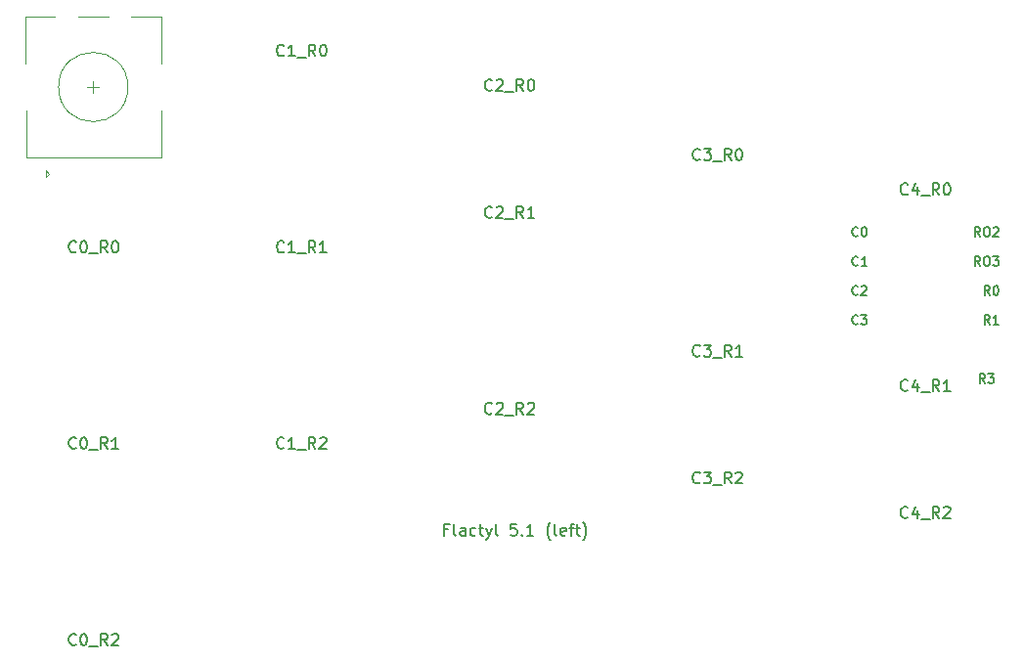
<source format=gbr>
%TF.GenerationSoftware,KiCad,Pcbnew,7.0.6-0*%
%TF.CreationDate,2023-08-01T13:28:47+08:00*%
%TF.ProjectId,left,6c656674-2e6b-4696-9361-645f70636258,v1.0.0*%
%TF.SameCoordinates,Original*%
%TF.FileFunction,Legend,Top*%
%TF.FilePolarity,Positive*%
%FSLAX46Y46*%
G04 Gerber Fmt 4.6, Leading zero omitted, Abs format (unit mm)*
G04 Created by KiCad (PCBNEW 7.0.6-0) date 2023-08-01 13:28:47*
%MOMM*%
%LPD*%
G01*
G04 APERTURE LIST*
%ADD10C,0.150000*%
%ADD11C,0.120000*%
G04 APERTURE END LIST*
D10*
X70476190Y41640419D02*
X70428571Y41592800D01*
X70428571Y41592800D02*
X70285714Y41545180D01*
X70285714Y41545180D02*
X70190476Y41545180D01*
X70190476Y41545180D02*
X70047619Y41592800D01*
X70047619Y41592800D02*
X69952381Y41688038D01*
X69952381Y41688038D02*
X69904762Y41783276D01*
X69904762Y41783276D02*
X69857143Y41973752D01*
X69857143Y41973752D02*
X69857143Y42116609D01*
X69857143Y42116609D02*
X69904762Y42307085D01*
X69904762Y42307085D02*
X69952381Y42402323D01*
X69952381Y42402323D02*
X70047619Y42497561D01*
X70047619Y42497561D02*
X70190476Y42545180D01*
X70190476Y42545180D02*
X70285714Y42545180D01*
X70285714Y42545180D02*
X70428571Y42497561D01*
X70428571Y42497561D02*
X70476190Y42449942D01*
X71333333Y42211847D02*
X71333333Y41545180D01*
X71095238Y42592800D02*
X70857143Y41878514D01*
X70857143Y41878514D02*
X71476190Y41878514D01*
X71619048Y41449942D02*
X72380952Y41449942D01*
X73190476Y41545180D02*
X72857143Y42021371D01*
X72619048Y41545180D02*
X72619048Y42545180D01*
X72619048Y42545180D02*
X73000000Y42545180D01*
X73000000Y42545180D02*
X73095238Y42497561D01*
X73095238Y42497561D02*
X73142857Y42449942D01*
X73142857Y42449942D02*
X73190476Y42354704D01*
X73190476Y42354704D02*
X73190476Y42211847D01*
X73190476Y42211847D02*
X73142857Y42116609D01*
X73142857Y42116609D02*
X73095238Y42068990D01*
X73095238Y42068990D02*
X73000000Y42021371D01*
X73000000Y42021371D02*
X72619048Y42021371D01*
X73809524Y42545180D02*
X73904762Y42545180D01*
X73904762Y42545180D02*
X74000000Y42497561D01*
X74000000Y42497561D02*
X74047619Y42449942D01*
X74047619Y42449942D02*
X74095238Y42354704D01*
X74095238Y42354704D02*
X74142857Y42164228D01*
X74142857Y42164228D02*
X74142857Y41926133D01*
X74142857Y41926133D02*
X74095238Y41735657D01*
X74095238Y41735657D02*
X74047619Y41640419D01*
X74047619Y41640419D02*
X74000000Y41592800D01*
X74000000Y41592800D02*
X73904762Y41545180D01*
X73904762Y41545180D02*
X73809524Y41545180D01*
X73809524Y41545180D02*
X73714286Y41592800D01*
X73714286Y41592800D02*
X73666667Y41640419D01*
X73666667Y41640419D02*
X73619048Y41735657D01*
X73619048Y41735657D02*
X73571429Y41926133D01*
X73571429Y41926133D02*
X73571429Y42164228D01*
X73571429Y42164228D02*
X73619048Y42354704D01*
X73619048Y42354704D02*
X73666667Y42449942D01*
X73666667Y42449942D02*
X73714286Y42497561D01*
X73714286Y42497561D02*
X73809524Y42545180D01*
X70476190Y24640419D02*
X70428571Y24592800D01*
X70428571Y24592800D02*
X70285714Y24545180D01*
X70285714Y24545180D02*
X70190476Y24545180D01*
X70190476Y24545180D02*
X70047619Y24592800D01*
X70047619Y24592800D02*
X69952381Y24688038D01*
X69952381Y24688038D02*
X69904762Y24783276D01*
X69904762Y24783276D02*
X69857143Y24973752D01*
X69857143Y24973752D02*
X69857143Y25116609D01*
X69857143Y25116609D02*
X69904762Y25307085D01*
X69904762Y25307085D02*
X69952381Y25402323D01*
X69952381Y25402323D02*
X70047619Y25497561D01*
X70047619Y25497561D02*
X70190476Y25545180D01*
X70190476Y25545180D02*
X70285714Y25545180D01*
X70285714Y25545180D02*
X70428571Y25497561D01*
X70428571Y25497561D02*
X70476190Y25449942D01*
X71333333Y25211847D02*
X71333333Y24545180D01*
X71095238Y25592800D02*
X70857143Y24878514D01*
X70857143Y24878514D02*
X71476190Y24878514D01*
X71619048Y24449942D02*
X72380952Y24449942D01*
X73190476Y24545180D02*
X72857143Y25021371D01*
X72619048Y24545180D02*
X72619048Y25545180D01*
X72619048Y25545180D02*
X73000000Y25545180D01*
X73000000Y25545180D02*
X73095238Y25497561D01*
X73095238Y25497561D02*
X73142857Y25449942D01*
X73142857Y25449942D02*
X73190476Y25354704D01*
X73190476Y25354704D02*
X73190476Y25211847D01*
X73190476Y25211847D02*
X73142857Y25116609D01*
X73142857Y25116609D02*
X73095238Y25068990D01*
X73095238Y25068990D02*
X73000000Y25021371D01*
X73000000Y25021371D02*
X72619048Y25021371D01*
X74142857Y24545180D02*
X73571429Y24545180D01*
X73857143Y24545180D02*
X73857143Y25545180D01*
X73857143Y25545180D02*
X73761905Y25402323D01*
X73761905Y25402323D02*
X73666667Y25307085D01*
X73666667Y25307085D02*
X73571429Y25259466D01*
X66166667Y38023895D02*
X66128571Y37985800D01*
X66128571Y37985800D02*
X66014286Y37947704D01*
X66014286Y37947704D02*
X65938095Y37947704D01*
X65938095Y37947704D02*
X65823809Y37985800D01*
X65823809Y37985800D02*
X65747619Y38061990D01*
X65747619Y38061990D02*
X65709524Y38138180D01*
X65709524Y38138180D02*
X65671428Y38290561D01*
X65671428Y38290561D02*
X65671428Y38404847D01*
X65671428Y38404847D02*
X65709524Y38557228D01*
X65709524Y38557228D02*
X65747619Y38633419D01*
X65747619Y38633419D02*
X65823809Y38709609D01*
X65823809Y38709609D02*
X65938095Y38747704D01*
X65938095Y38747704D02*
X66014286Y38747704D01*
X66014286Y38747704D02*
X66128571Y38709609D01*
X66128571Y38709609D02*
X66166667Y38671514D01*
X66661905Y38747704D02*
X66738095Y38747704D01*
X66738095Y38747704D02*
X66814286Y38709609D01*
X66814286Y38709609D02*
X66852381Y38671514D01*
X66852381Y38671514D02*
X66890476Y38595323D01*
X66890476Y38595323D02*
X66928571Y38442942D01*
X66928571Y38442942D02*
X66928571Y38252466D01*
X66928571Y38252466D02*
X66890476Y38100085D01*
X66890476Y38100085D02*
X66852381Y38023895D01*
X66852381Y38023895D02*
X66814286Y37985800D01*
X66814286Y37985800D02*
X66738095Y37947704D01*
X66738095Y37947704D02*
X66661905Y37947704D01*
X66661905Y37947704D02*
X66585714Y37985800D01*
X66585714Y37985800D02*
X66547619Y38023895D01*
X66547619Y38023895D02*
X66509524Y38100085D01*
X66509524Y38100085D02*
X66471428Y38252466D01*
X66471428Y38252466D02*
X66471428Y38442942D01*
X66471428Y38442942D02*
X66509524Y38595323D01*
X66509524Y38595323D02*
X66547619Y38671514D01*
X66547619Y38671514D02*
X66585714Y38709609D01*
X66585714Y38709609D02*
X66661905Y38747704D01*
X66166667Y35483895D02*
X66128571Y35445800D01*
X66128571Y35445800D02*
X66014286Y35407704D01*
X66014286Y35407704D02*
X65938095Y35407704D01*
X65938095Y35407704D02*
X65823809Y35445800D01*
X65823809Y35445800D02*
X65747619Y35521990D01*
X65747619Y35521990D02*
X65709524Y35598180D01*
X65709524Y35598180D02*
X65671428Y35750561D01*
X65671428Y35750561D02*
X65671428Y35864847D01*
X65671428Y35864847D02*
X65709524Y36017228D01*
X65709524Y36017228D02*
X65747619Y36093419D01*
X65747619Y36093419D02*
X65823809Y36169609D01*
X65823809Y36169609D02*
X65938095Y36207704D01*
X65938095Y36207704D02*
X66014286Y36207704D01*
X66014286Y36207704D02*
X66128571Y36169609D01*
X66128571Y36169609D02*
X66166667Y36131514D01*
X66928571Y35407704D02*
X66471428Y35407704D01*
X66700000Y35407704D02*
X66700000Y36207704D01*
X66700000Y36207704D02*
X66623809Y36093419D01*
X66623809Y36093419D02*
X66547619Y36017228D01*
X66547619Y36017228D02*
X66471428Y35979133D01*
X66166667Y32943895D02*
X66128571Y32905800D01*
X66128571Y32905800D02*
X66014286Y32867704D01*
X66014286Y32867704D02*
X65938095Y32867704D01*
X65938095Y32867704D02*
X65823809Y32905800D01*
X65823809Y32905800D02*
X65747619Y32981990D01*
X65747619Y32981990D02*
X65709524Y33058180D01*
X65709524Y33058180D02*
X65671428Y33210561D01*
X65671428Y33210561D02*
X65671428Y33324847D01*
X65671428Y33324847D02*
X65709524Y33477228D01*
X65709524Y33477228D02*
X65747619Y33553419D01*
X65747619Y33553419D02*
X65823809Y33629609D01*
X65823809Y33629609D02*
X65938095Y33667704D01*
X65938095Y33667704D02*
X66014286Y33667704D01*
X66014286Y33667704D02*
X66128571Y33629609D01*
X66128571Y33629609D02*
X66166667Y33591514D01*
X66471428Y33591514D02*
X66509524Y33629609D01*
X66509524Y33629609D02*
X66585714Y33667704D01*
X66585714Y33667704D02*
X66776190Y33667704D01*
X66776190Y33667704D02*
X66852381Y33629609D01*
X66852381Y33629609D02*
X66890476Y33591514D01*
X66890476Y33591514D02*
X66928571Y33515323D01*
X66928571Y33515323D02*
X66928571Y33439133D01*
X66928571Y33439133D02*
X66890476Y33324847D01*
X66890476Y33324847D02*
X66433333Y32867704D01*
X66433333Y32867704D02*
X66928571Y32867704D01*
X66166667Y30403895D02*
X66128571Y30365800D01*
X66128571Y30365800D02*
X66014286Y30327704D01*
X66014286Y30327704D02*
X65938095Y30327704D01*
X65938095Y30327704D02*
X65823809Y30365800D01*
X65823809Y30365800D02*
X65747619Y30441990D01*
X65747619Y30441990D02*
X65709524Y30518180D01*
X65709524Y30518180D02*
X65671428Y30670561D01*
X65671428Y30670561D02*
X65671428Y30784847D01*
X65671428Y30784847D02*
X65709524Y30937228D01*
X65709524Y30937228D02*
X65747619Y31013419D01*
X65747619Y31013419D02*
X65823809Y31089609D01*
X65823809Y31089609D02*
X65938095Y31127704D01*
X65938095Y31127704D02*
X66014286Y31127704D01*
X66014286Y31127704D02*
X66128571Y31089609D01*
X66128571Y31089609D02*
X66166667Y31051514D01*
X66433333Y31127704D02*
X66928571Y31127704D01*
X66928571Y31127704D02*
X66661905Y30822942D01*
X66661905Y30822942D02*
X66776190Y30822942D01*
X66776190Y30822942D02*
X66852381Y30784847D01*
X66852381Y30784847D02*
X66890476Y30746752D01*
X66890476Y30746752D02*
X66928571Y30670561D01*
X66928571Y30670561D02*
X66928571Y30480085D01*
X66928571Y30480085D02*
X66890476Y30403895D01*
X66890476Y30403895D02*
X66852381Y30365800D01*
X66852381Y30365800D02*
X66776190Y30327704D01*
X66776190Y30327704D02*
X66547619Y30327704D01*
X66547619Y30327704D02*
X66471428Y30365800D01*
X66471428Y30365800D02*
X66433333Y30403895D01*
X76747619Y37947704D02*
X76480952Y38328657D01*
X76290476Y37947704D02*
X76290476Y38747704D01*
X76290476Y38747704D02*
X76595238Y38747704D01*
X76595238Y38747704D02*
X76671428Y38709609D01*
X76671428Y38709609D02*
X76709523Y38671514D01*
X76709523Y38671514D02*
X76747619Y38595323D01*
X76747619Y38595323D02*
X76747619Y38481038D01*
X76747619Y38481038D02*
X76709523Y38404847D01*
X76709523Y38404847D02*
X76671428Y38366752D01*
X76671428Y38366752D02*
X76595238Y38328657D01*
X76595238Y38328657D02*
X76290476Y38328657D01*
X77242857Y38747704D02*
X77395238Y38747704D01*
X77395238Y38747704D02*
X77471428Y38709609D01*
X77471428Y38709609D02*
X77547619Y38633419D01*
X77547619Y38633419D02*
X77585714Y38481038D01*
X77585714Y38481038D02*
X77585714Y38214371D01*
X77585714Y38214371D02*
X77547619Y38061990D01*
X77547619Y38061990D02*
X77471428Y37985800D01*
X77471428Y37985800D02*
X77395238Y37947704D01*
X77395238Y37947704D02*
X77242857Y37947704D01*
X77242857Y37947704D02*
X77166666Y37985800D01*
X77166666Y37985800D02*
X77090476Y38061990D01*
X77090476Y38061990D02*
X77052380Y38214371D01*
X77052380Y38214371D02*
X77052380Y38481038D01*
X77052380Y38481038D02*
X77090476Y38633419D01*
X77090476Y38633419D02*
X77166666Y38709609D01*
X77166666Y38709609D02*
X77242857Y38747704D01*
X77890475Y38671514D02*
X77928571Y38709609D01*
X77928571Y38709609D02*
X78004761Y38747704D01*
X78004761Y38747704D02*
X78195237Y38747704D01*
X78195237Y38747704D02*
X78271428Y38709609D01*
X78271428Y38709609D02*
X78309523Y38671514D01*
X78309523Y38671514D02*
X78347618Y38595323D01*
X78347618Y38595323D02*
X78347618Y38519133D01*
X78347618Y38519133D02*
X78309523Y38404847D01*
X78309523Y38404847D02*
X77852380Y37947704D01*
X77852380Y37947704D02*
X78347618Y37947704D01*
X76747619Y35407704D02*
X76480952Y35788657D01*
X76290476Y35407704D02*
X76290476Y36207704D01*
X76290476Y36207704D02*
X76595238Y36207704D01*
X76595238Y36207704D02*
X76671428Y36169609D01*
X76671428Y36169609D02*
X76709523Y36131514D01*
X76709523Y36131514D02*
X76747619Y36055323D01*
X76747619Y36055323D02*
X76747619Y35941038D01*
X76747619Y35941038D02*
X76709523Y35864847D01*
X76709523Y35864847D02*
X76671428Y35826752D01*
X76671428Y35826752D02*
X76595238Y35788657D01*
X76595238Y35788657D02*
X76290476Y35788657D01*
X77242857Y36207704D02*
X77395238Y36207704D01*
X77395238Y36207704D02*
X77471428Y36169609D01*
X77471428Y36169609D02*
X77547619Y36093419D01*
X77547619Y36093419D02*
X77585714Y35941038D01*
X77585714Y35941038D02*
X77585714Y35674371D01*
X77585714Y35674371D02*
X77547619Y35521990D01*
X77547619Y35521990D02*
X77471428Y35445800D01*
X77471428Y35445800D02*
X77395238Y35407704D01*
X77395238Y35407704D02*
X77242857Y35407704D01*
X77242857Y35407704D02*
X77166666Y35445800D01*
X77166666Y35445800D02*
X77090476Y35521990D01*
X77090476Y35521990D02*
X77052380Y35674371D01*
X77052380Y35674371D02*
X77052380Y35941038D01*
X77052380Y35941038D02*
X77090476Y36093419D01*
X77090476Y36093419D02*
X77166666Y36169609D01*
X77166666Y36169609D02*
X77242857Y36207704D01*
X77852380Y36207704D02*
X78347618Y36207704D01*
X78347618Y36207704D02*
X78080952Y35902942D01*
X78080952Y35902942D02*
X78195237Y35902942D01*
X78195237Y35902942D02*
X78271428Y35864847D01*
X78271428Y35864847D02*
X78309523Y35826752D01*
X78309523Y35826752D02*
X78347618Y35750561D01*
X78347618Y35750561D02*
X78347618Y35560085D01*
X78347618Y35560085D02*
X78309523Y35483895D01*
X78309523Y35483895D02*
X78271428Y35445800D01*
X78271428Y35445800D02*
X78195237Y35407704D01*
X78195237Y35407704D02*
X77966666Y35407704D01*
X77966666Y35407704D02*
X77890475Y35445800D01*
X77890475Y35445800D02*
X77852380Y35483895D01*
X77566667Y32867704D02*
X77300000Y33248657D01*
X77109524Y32867704D02*
X77109524Y33667704D01*
X77109524Y33667704D02*
X77414286Y33667704D01*
X77414286Y33667704D02*
X77490476Y33629609D01*
X77490476Y33629609D02*
X77528571Y33591514D01*
X77528571Y33591514D02*
X77566667Y33515323D01*
X77566667Y33515323D02*
X77566667Y33401038D01*
X77566667Y33401038D02*
X77528571Y33324847D01*
X77528571Y33324847D02*
X77490476Y33286752D01*
X77490476Y33286752D02*
X77414286Y33248657D01*
X77414286Y33248657D02*
X77109524Y33248657D01*
X78061905Y33667704D02*
X78138095Y33667704D01*
X78138095Y33667704D02*
X78214286Y33629609D01*
X78214286Y33629609D02*
X78252381Y33591514D01*
X78252381Y33591514D02*
X78290476Y33515323D01*
X78290476Y33515323D02*
X78328571Y33362942D01*
X78328571Y33362942D02*
X78328571Y33172466D01*
X78328571Y33172466D02*
X78290476Y33020085D01*
X78290476Y33020085D02*
X78252381Y32943895D01*
X78252381Y32943895D02*
X78214286Y32905800D01*
X78214286Y32905800D02*
X78138095Y32867704D01*
X78138095Y32867704D02*
X78061905Y32867704D01*
X78061905Y32867704D02*
X77985714Y32905800D01*
X77985714Y32905800D02*
X77947619Y32943895D01*
X77947619Y32943895D02*
X77909524Y33020085D01*
X77909524Y33020085D02*
X77871428Y33172466D01*
X77871428Y33172466D02*
X77871428Y33362942D01*
X77871428Y33362942D02*
X77909524Y33515323D01*
X77909524Y33515323D02*
X77947619Y33591514D01*
X77947619Y33591514D02*
X77985714Y33629609D01*
X77985714Y33629609D02*
X78061905Y33667704D01*
X77566667Y30327704D02*
X77300000Y30708657D01*
X77109524Y30327704D02*
X77109524Y31127704D01*
X77109524Y31127704D02*
X77414286Y31127704D01*
X77414286Y31127704D02*
X77490476Y31089609D01*
X77490476Y31089609D02*
X77528571Y31051514D01*
X77528571Y31051514D02*
X77566667Y30975323D01*
X77566667Y30975323D02*
X77566667Y30861038D01*
X77566667Y30861038D02*
X77528571Y30784847D01*
X77528571Y30784847D02*
X77490476Y30746752D01*
X77490476Y30746752D02*
X77414286Y30708657D01*
X77414286Y30708657D02*
X77109524Y30708657D01*
X78328571Y30327704D02*
X77871428Y30327704D01*
X78100000Y30327704D02*
X78100000Y31127704D01*
X78100000Y31127704D02*
X78023809Y31013419D01*
X78023809Y31013419D02*
X77947619Y30937228D01*
X77947619Y30937228D02*
X77871428Y30899133D01*
X77166667Y25247704D02*
X76900000Y25628657D01*
X76709524Y25247704D02*
X76709524Y26047704D01*
X76709524Y26047704D02*
X77014286Y26047704D01*
X77014286Y26047704D02*
X77090476Y26009609D01*
X77090476Y26009609D02*
X77128571Y25971514D01*
X77128571Y25971514D02*
X77166667Y25895323D01*
X77166667Y25895323D02*
X77166667Y25781038D01*
X77166667Y25781038D02*
X77128571Y25704847D01*
X77128571Y25704847D02*
X77090476Y25666752D01*
X77090476Y25666752D02*
X77014286Y25628657D01*
X77014286Y25628657D02*
X76709524Y25628657D01*
X77433333Y26047704D02*
X77928571Y26047704D01*
X77928571Y26047704D02*
X77661905Y25742942D01*
X77661905Y25742942D02*
X77776190Y25742942D01*
X77776190Y25742942D02*
X77852381Y25704847D01*
X77852381Y25704847D02*
X77890476Y25666752D01*
X77890476Y25666752D02*
X77928571Y25590561D01*
X77928571Y25590561D02*
X77928571Y25400085D01*
X77928571Y25400085D02*
X77890476Y25323895D01*
X77890476Y25323895D02*
X77852381Y25285800D01*
X77852381Y25285800D02*
X77776190Y25247704D01*
X77776190Y25247704D02*
X77547619Y25247704D01*
X77547619Y25247704D02*
X77471428Y25285800D01*
X77471428Y25285800D02*
X77433333Y25323895D01*
X30690474Y12568990D02*
X30357141Y12568990D01*
X30357141Y12045180D02*
X30357141Y13045180D01*
X30357141Y13045180D02*
X30833331Y13045180D01*
X31357141Y12045180D02*
X31261903Y12092800D01*
X31261903Y12092800D02*
X31214284Y12188038D01*
X31214284Y12188038D02*
X31214284Y13045180D01*
X32166665Y12045180D02*
X32166665Y12568990D01*
X32166665Y12568990D02*
X32119046Y12664228D01*
X32119046Y12664228D02*
X32023808Y12711847D01*
X32023808Y12711847D02*
X31833332Y12711847D01*
X31833332Y12711847D02*
X31738094Y12664228D01*
X32166665Y12092800D02*
X32071427Y12045180D01*
X32071427Y12045180D02*
X31833332Y12045180D01*
X31833332Y12045180D02*
X31738094Y12092800D01*
X31738094Y12092800D02*
X31690475Y12188038D01*
X31690475Y12188038D02*
X31690475Y12283276D01*
X31690475Y12283276D02*
X31738094Y12378514D01*
X31738094Y12378514D02*
X31833332Y12426133D01*
X31833332Y12426133D02*
X32071427Y12426133D01*
X32071427Y12426133D02*
X32166665Y12473752D01*
X33071427Y12092800D02*
X32976189Y12045180D01*
X32976189Y12045180D02*
X32785713Y12045180D01*
X32785713Y12045180D02*
X32690475Y12092800D01*
X32690475Y12092800D02*
X32642856Y12140419D01*
X32642856Y12140419D02*
X32595237Y12235657D01*
X32595237Y12235657D02*
X32595237Y12521371D01*
X32595237Y12521371D02*
X32642856Y12616609D01*
X32642856Y12616609D02*
X32690475Y12664228D01*
X32690475Y12664228D02*
X32785713Y12711847D01*
X32785713Y12711847D02*
X32976189Y12711847D01*
X32976189Y12711847D02*
X33071427Y12664228D01*
X33357142Y12711847D02*
X33738094Y12711847D01*
X33499999Y13045180D02*
X33499999Y12188038D01*
X33499999Y12188038D02*
X33547618Y12092800D01*
X33547618Y12092800D02*
X33642856Y12045180D01*
X33642856Y12045180D02*
X33738094Y12045180D01*
X33976190Y12711847D02*
X34214285Y12045180D01*
X34452380Y12711847D02*
X34214285Y12045180D01*
X34214285Y12045180D02*
X34119047Y11807085D01*
X34119047Y11807085D02*
X34071428Y11759466D01*
X34071428Y11759466D02*
X33976190Y11711847D01*
X34976190Y12045180D02*
X34880952Y12092800D01*
X34880952Y12092800D02*
X34833333Y12188038D01*
X34833333Y12188038D02*
X34833333Y13045180D01*
X36595238Y13045180D02*
X36119048Y13045180D01*
X36119048Y13045180D02*
X36071429Y12568990D01*
X36071429Y12568990D02*
X36119048Y12616609D01*
X36119048Y12616609D02*
X36214286Y12664228D01*
X36214286Y12664228D02*
X36452381Y12664228D01*
X36452381Y12664228D02*
X36547619Y12616609D01*
X36547619Y12616609D02*
X36595238Y12568990D01*
X36595238Y12568990D02*
X36642857Y12473752D01*
X36642857Y12473752D02*
X36642857Y12235657D01*
X36642857Y12235657D02*
X36595238Y12140419D01*
X36595238Y12140419D02*
X36547619Y12092800D01*
X36547619Y12092800D02*
X36452381Y12045180D01*
X36452381Y12045180D02*
X36214286Y12045180D01*
X36214286Y12045180D02*
X36119048Y12092800D01*
X36119048Y12092800D02*
X36071429Y12140419D01*
X37071429Y12140419D02*
X37119048Y12092800D01*
X37119048Y12092800D02*
X37071429Y12045180D01*
X37071429Y12045180D02*
X37023810Y12092800D01*
X37023810Y12092800D02*
X37071429Y12140419D01*
X37071429Y12140419D02*
X37071429Y12045180D01*
X38071428Y12045180D02*
X37500000Y12045180D01*
X37785714Y12045180D02*
X37785714Y13045180D01*
X37785714Y13045180D02*
X37690476Y12902323D01*
X37690476Y12902323D02*
X37595238Y12807085D01*
X37595238Y12807085D02*
X37500000Y12759466D01*
X39547619Y11664228D02*
X39500000Y11711847D01*
X39500000Y11711847D02*
X39404762Y11854704D01*
X39404762Y11854704D02*
X39357143Y11949942D01*
X39357143Y11949942D02*
X39309524Y12092800D01*
X39309524Y12092800D02*
X39261905Y12330895D01*
X39261905Y12330895D02*
X39261905Y12521371D01*
X39261905Y12521371D02*
X39309524Y12759466D01*
X39309524Y12759466D02*
X39357143Y12902323D01*
X39357143Y12902323D02*
X39404762Y12997561D01*
X39404762Y12997561D02*
X39500000Y13140419D01*
X39500000Y13140419D02*
X39547619Y13188038D01*
X40071429Y12045180D02*
X39976191Y12092800D01*
X39976191Y12092800D02*
X39928572Y12188038D01*
X39928572Y12188038D02*
X39928572Y13045180D01*
X40833334Y12092800D02*
X40738096Y12045180D01*
X40738096Y12045180D02*
X40547620Y12045180D01*
X40547620Y12045180D02*
X40452382Y12092800D01*
X40452382Y12092800D02*
X40404763Y12188038D01*
X40404763Y12188038D02*
X40404763Y12568990D01*
X40404763Y12568990D02*
X40452382Y12664228D01*
X40452382Y12664228D02*
X40547620Y12711847D01*
X40547620Y12711847D02*
X40738096Y12711847D01*
X40738096Y12711847D02*
X40833334Y12664228D01*
X40833334Y12664228D02*
X40880953Y12568990D01*
X40880953Y12568990D02*
X40880953Y12473752D01*
X40880953Y12473752D02*
X40404763Y12378514D01*
X41166668Y12711847D02*
X41547620Y12711847D01*
X41309525Y12045180D02*
X41309525Y12902323D01*
X41309525Y12902323D02*
X41357144Y12997561D01*
X41357144Y12997561D02*
X41452382Y13045180D01*
X41452382Y13045180D02*
X41547620Y13045180D01*
X41738097Y12711847D02*
X42119049Y12711847D01*
X41880954Y13045180D02*
X41880954Y12188038D01*
X41880954Y12188038D02*
X41928573Y12092800D01*
X41928573Y12092800D02*
X42023811Y12045180D01*
X42023811Y12045180D02*
X42119049Y12045180D01*
X42357145Y11664228D02*
X42404764Y11711847D01*
X42404764Y11711847D02*
X42500002Y11854704D01*
X42500002Y11854704D02*
X42547621Y11949942D01*
X42547621Y11949942D02*
X42595240Y12092800D01*
X42595240Y12092800D02*
X42642859Y12330895D01*
X42642859Y12330895D02*
X42642859Y12521371D01*
X42642859Y12521371D02*
X42595240Y12759466D01*
X42595240Y12759466D02*
X42547621Y12902323D01*
X42547621Y12902323D02*
X42500002Y12997561D01*
X42500002Y12997561D02*
X42404764Y13140419D01*
X42404764Y13140419D02*
X42357145Y13188038D01*
X-1523809Y36640419D02*
X-1571428Y36592800D01*
X-1571428Y36592800D02*
X-1714285Y36545180D01*
X-1714285Y36545180D02*
X-1809523Y36545180D01*
X-1809523Y36545180D02*
X-1952380Y36592800D01*
X-1952380Y36592800D02*
X-2047618Y36688038D01*
X-2047618Y36688038D02*
X-2095237Y36783276D01*
X-2095237Y36783276D02*
X-2142856Y36973752D01*
X-2142856Y36973752D02*
X-2142856Y37116609D01*
X-2142856Y37116609D02*
X-2095237Y37307085D01*
X-2095237Y37307085D02*
X-2047618Y37402323D01*
X-2047618Y37402323D02*
X-1952380Y37497561D01*
X-1952380Y37497561D02*
X-1809523Y37545180D01*
X-1809523Y37545180D02*
X-1714285Y37545180D01*
X-1714285Y37545180D02*
X-1571428Y37497561D01*
X-1571428Y37497561D02*
X-1523809Y37449942D01*
X-904761Y37545180D02*
X-809523Y37545180D01*
X-809523Y37545180D02*
X-714285Y37497561D01*
X-714285Y37497561D02*
X-666666Y37449942D01*
X-666666Y37449942D02*
X-619047Y37354704D01*
X-619047Y37354704D02*
X-571428Y37164228D01*
X-571428Y37164228D02*
X-571428Y36926133D01*
X-571428Y36926133D02*
X-619047Y36735657D01*
X-619047Y36735657D02*
X-666666Y36640419D01*
X-666666Y36640419D02*
X-714285Y36592800D01*
X-714285Y36592800D02*
X-809523Y36545180D01*
X-809523Y36545180D02*
X-904761Y36545180D01*
X-904761Y36545180D02*
X-999999Y36592800D01*
X-999999Y36592800D02*
X-1047618Y36640419D01*
X-1047618Y36640419D02*
X-1095237Y36735657D01*
X-1095237Y36735657D02*
X-1142856Y36926133D01*
X-1142856Y36926133D02*
X-1142856Y37164228D01*
X-1142856Y37164228D02*
X-1095237Y37354704D01*
X-1095237Y37354704D02*
X-1047618Y37449942D01*
X-1047618Y37449942D02*
X-999999Y37497561D01*
X-999999Y37497561D02*
X-904761Y37545180D01*
X-380952Y36449942D02*
X380952Y36449942D01*
X1190476Y36545180D02*
X857143Y37021371D01*
X619048Y36545180D02*
X619048Y37545180D01*
X619048Y37545180D02*
X1000000Y37545180D01*
X1000000Y37545180D02*
X1095238Y37497561D01*
X1095238Y37497561D02*
X1142857Y37449942D01*
X1142857Y37449942D02*
X1190476Y37354704D01*
X1190476Y37354704D02*
X1190476Y37211847D01*
X1190476Y37211847D02*
X1142857Y37116609D01*
X1142857Y37116609D02*
X1095238Y37068990D01*
X1095238Y37068990D02*
X1000000Y37021371D01*
X1000000Y37021371D02*
X619048Y37021371D01*
X1809524Y37545180D02*
X1904762Y37545180D01*
X1904762Y37545180D02*
X2000000Y37497561D01*
X2000000Y37497561D02*
X2047619Y37449942D01*
X2047619Y37449942D02*
X2095238Y37354704D01*
X2095238Y37354704D02*
X2142857Y37164228D01*
X2142857Y37164228D02*
X2142857Y36926133D01*
X2142857Y36926133D02*
X2095238Y36735657D01*
X2095238Y36735657D02*
X2047619Y36640419D01*
X2047619Y36640419D02*
X2000000Y36592800D01*
X2000000Y36592800D02*
X1904762Y36545180D01*
X1904762Y36545180D02*
X1809524Y36545180D01*
X1809524Y36545180D02*
X1714286Y36592800D01*
X1714286Y36592800D02*
X1666667Y36640419D01*
X1666667Y36640419D02*
X1619048Y36735657D01*
X1619048Y36735657D02*
X1571429Y36926133D01*
X1571429Y36926133D02*
X1571429Y37164228D01*
X1571429Y37164228D02*
X1619048Y37354704D01*
X1619048Y37354704D02*
X1666667Y37449942D01*
X1666667Y37449942D02*
X1714286Y37497561D01*
X1714286Y37497561D02*
X1809524Y37545180D01*
X-1523809Y19640419D02*
X-1571428Y19592800D01*
X-1571428Y19592800D02*
X-1714285Y19545180D01*
X-1714285Y19545180D02*
X-1809523Y19545180D01*
X-1809523Y19545180D02*
X-1952380Y19592800D01*
X-1952380Y19592800D02*
X-2047618Y19688038D01*
X-2047618Y19688038D02*
X-2095237Y19783276D01*
X-2095237Y19783276D02*
X-2142856Y19973752D01*
X-2142856Y19973752D02*
X-2142856Y20116609D01*
X-2142856Y20116609D02*
X-2095237Y20307085D01*
X-2095237Y20307085D02*
X-2047618Y20402323D01*
X-2047618Y20402323D02*
X-1952380Y20497561D01*
X-1952380Y20497561D02*
X-1809523Y20545180D01*
X-1809523Y20545180D02*
X-1714285Y20545180D01*
X-1714285Y20545180D02*
X-1571428Y20497561D01*
X-1571428Y20497561D02*
X-1523809Y20449942D01*
X-904761Y20545180D02*
X-809523Y20545180D01*
X-809523Y20545180D02*
X-714285Y20497561D01*
X-714285Y20497561D02*
X-666666Y20449942D01*
X-666666Y20449942D02*
X-619047Y20354704D01*
X-619047Y20354704D02*
X-571428Y20164228D01*
X-571428Y20164228D02*
X-571428Y19926133D01*
X-571428Y19926133D02*
X-619047Y19735657D01*
X-619047Y19735657D02*
X-666666Y19640419D01*
X-666666Y19640419D02*
X-714285Y19592800D01*
X-714285Y19592800D02*
X-809523Y19545180D01*
X-809523Y19545180D02*
X-904761Y19545180D01*
X-904761Y19545180D02*
X-999999Y19592800D01*
X-999999Y19592800D02*
X-1047618Y19640419D01*
X-1047618Y19640419D02*
X-1095237Y19735657D01*
X-1095237Y19735657D02*
X-1142856Y19926133D01*
X-1142856Y19926133D02*
X-1142856Y20164228D01*
X-1142856Y20164228D02*
X-1095237Y20354704D01*
X-1095237Y20354704D02*
X-1047618Y20449942D01*
X-1047618Y20449942D02*
X-999999Y20497561D01*
X-999999Y20497561D02*
X-904761Y20545180D01*
X-380952Y19449942D02*
X380952Y19449942D01*
X1190476Y19545180D02*
X857143Y20021371D01*
X619048Y19545180D02*
X619048Y20545180D01*
X619048Y20545180D02*
X1000000Y20545180D01*
X1000000Y20545180D02*
X1095238Y20497561D01*
X1095238Y20497561D02*
X1142857Y20449942D01*
X1142857Y20449942D02*
X1190476Y20354704D01*
X1190476Y20354704D02*
X1190476Y20211847D01*
X1190476Y20211847D02*
X1142857Y20116609D01*
X1142857Y20116609D02*
X1095238Y20068990D01*
X1095238Y20068990D02*
X1000000Y20021371D01*
X1000000Y20021371D02*
X619048Y20021371D01*
X2142857Y19545180D02*
X1571429Y19545180D01*
X1857143Y19545180D02*
X1857143Y20545180D01*
X1857143Y20545180D02*
X1761905Y20402323D01*
X1761905Y20402323D02*
X1666667Y20307085D01*
X1666667Y20307085D02*
X1571429Y20259466D01*
X-1523809Y2640419D02*
X-1571428Y2592800D01*
X-1571428Y2592800D02*
X-1714285Y2545180D01*
X-1714285Y2545180D02*
X-1809523Y2545180D01*
X-1809523Y2545180D02*
X-1952380Y2592800D01*
X-1952380Y2592800D02*
X-2047618Y2688038D01*
X-2047618Y2688038D02*
X-2095237Y2783276D01*
X-2095237Y2783276D02*
X-2142856Y2973752D01*
X-2142856Y2973752D02*
X-2142856Y3116609D01*
X-2142856Y3116609D02*
X-2095237Y3307085D01*
X-2095237Y3307085D02*
X-2047618Y3402323D01*
X-2047618Y3402323D02*
X-1952380Y3497561D01*
X-1952380Y3497561D02*
X-1809523Y3545180D01*
X-1809523Y3545180D02*
X-1714285Y3545180D01*
X-1714285Y3545180D02*
X-1571428Y3497561D01*
X-1571428Y3497561D02*
X-1523809Y3449942D01*
X-904761Y3545180D02*
X-809523Y3545180D01*
X-809523Y3545180D02*
X-714285Y3497561D01*
X-714285Y3497561D02*
X-666666Y3449942D01*
X-666666Y3449942D02*
X-619047Y3354704D01*
X-619047Y3354704D02*
X-571428Y3164228D01*
X-571428Y3164228D02*
X-571428Y2926133D01*
X-571428Y2926133D02*
X-619047Y2735657D01*
X-619047Y2735657D02*
X-666666Y2640419D01*
X-666666Y2640419D02*
X-714285Y2592800D01*
X-714285Y2592800D02*
X-809523Y2545180D01*
X-809523Y2545180D02*
X-904761Y2545180D01*
X-904761Y2545180D02*
X-999999Y2592800D01*
X-999999Y2592800D02*
X-1047618Y2640419D01*
X-1047618Y2640419D02*
X-1095237Y2735657D01*
X-1095237Y2735657D02*
X-1142856Y2926133D01*
X-1142856Y2926133D02*
X-1142856Y3164228D01*
X-1142856Y3164228D02*
X-1095237Y3354704D01*
X-1095237Y3354704D02*
X-1047618Y3449942D01*
X-1047618Y3449942D02*
X-999999Y3497561D01*
X-999999Y3497561D02*
X-904761Y3545180D01*
X-380952Y2449942D02*
X380952Y2449942D01*
X1190476Y2545180D02*
X857143Y3021371D01*
X619048Y2545180D02*
X619048Y3545180D01*
X619048Y3545180D02*
X1000000Y3545180D01*
X1000000Y3545180D02*
X1095238Y3497561D01*
X1095238Y3497561D02*
X1142857Y3449942D01*
X1142857Y3449942D02*
X1190476Y3354704D01*
X1190476Y3354704D02*
X1190476Y3211847D01*
X1190476Y3211847D02*
X1142857Y3116609D01*
X1142857Y3116609D02*
X1095238Y3068990D01*
X1095238Y3068990D02*
X1000000Y3021371D01*
X1000000Y3021371D02*
X619048Y3021371D01*
X1571429Y3449942D02*
X1619048Y3497561D01*
X1619048Y3497561D02*
X1714286Y3545180D01*
X1714286Y3545180D02*
X1952381Y3545180D01*
X1952381Y3545180D02*
X2047619Y3497561D01*
X2047619Y3497561D02*
X2095238Y3449942D01*
X2095238Y3449942D02*
X2142857Y3354704D01*
X2142857Y3354704D02*
X2142857Y3259466D01*
X2142857Y3259466D02*
X2095238Y3116609D01*
X2095238Y3116609D02*
X1523810Y2545180D01*
X1523810Y2545180D02*
X2142857Y2545180D01*
X16476190Y53640419D02*
X16428571Y53592800D01*
X16428571Y53592800D02*
X16285714Y53545180D01*
X16285714Y53545180D02*
X16190476Y53545180D01*
X16190476Y53545180D02*
X16047619Y53592800D01*
X16047619Y53592800D02*
X15952381Y53688038D01*
X15952381Y53688038D02*
X15904762Y53783276D01*
X15904762Y53783276D02*
X15857143Y53973752D01*
X15857143Y53973752D02*
X15857143Y54116609D01*
X15857143Y54116609D02*
X15904762Y54307085D01*
X15904762Y54307085D02*
X15952381Y54402323D01*
X15952381Y54402323D02*
X16047619Y54497561D01*
X16047619Y54497561D02*
X16190476Y54545180D01*
X16190476Y54545180D02*
X16285714Y54545180D01*
X16285714Y54545180D02*
X16428571Y54497561D01*
X16428571Y54497561D02*
X16476190Y54449942D01*
X17428571Y53545180D02*
X16857143Y53545180D01*
X17142857Y53545180D02*
X17142857Y54545180D01*
X17142857Y54545180D02*
X17047619Y54402323D01*
X17047619Y54402323D02*
X16952381Y54307085D01*
X16952381Y54307085D02*
X16857143Y54259466D01*
X17619048Y53449942D02*
X18380952Y53449942D01*
X19190476Y53545180D02*
X18857143Y54021371D01*
X18619048Y53545180D02*
X18619048Y54545180D01*
X18619048Y54545180D02*
X19000000Y54545180D01*
X19000000Y54545180D02*
X19095238Y54497561D01*
X19095238Y54497561D02*
X19142857Y54449942D01*
X19142857Y54449942D02*
X19190476Y54354704D01*
X19190476Y54354704D02*
X19190476Y54211847D01*
X19190476Y54211847D02*
X19142857Y54116609D01*
X19142857Y54116609D02*
X19095238Y54068990D01*
X19095238Y54068990D02*
X19000000Y54021371D01*
X19000000Y54021371D02*
X18619048Y54021371D01*
X19809524Y54545180D02*
X19904762Y54545180D01*
X19904762Y54545180D02*
X20000000Y54497561D01*
X20000000Y54497561D02*
X20047619Y54449942D01*
X20047619Y54449942D02*
X20095238Y54354704D01*
X20095238Y54354704D02*
X20142857Y54164228D01*
X20142857Y54164228D02*
X20142857Y53926133D01*
X20142857Y53926133D02*
X20095238Y53735657D01*
X20095238Y53735657D02*
X20047619Y53640419D01*
X20047619Y53640419D02*
X20000000Y53592800D01*
X20000000Y53592800D02*
X19904762Y53545180D01*
X19904762Y53545180D02*
X19809524Y53545180D01*
X19809524Y53545180D02*
X19714286Y53592800D01*
X19714286Y53592800D02*
X19666667Y53640419D01*
X19666667Y53640419D02*
X19619048Y53735657D01*
X19619048Y53735657D02*
X19571429Y53926133D01*
X19571429Y53926133D02*
X19571429Y54164228D01*
X19571429Y54164228D02*
X19619048Y54354704D01*
X19619048Y54354704D02*
X19666667Y54449942D01*
X19666667Y54449942D02*
X19714286Y54497561D01*
X19714286Y54497561D02*
X19809524Y54545180D01*
X16476190Y36640419D02*
X16428571Y36592800D01*
X16428571Y36592800D02*
X16285714Y36545180D01*
X16285714Y36545180D02*
X16190476Y36545180D01*
X16190476Y36545180D02*
X16047619Y36592800D01*
X16047619Y36592800D02*
X15952381Y36688038D01*
X15952381Y36688038D02*
X15904762Y36783276D01*
X15904762Y36783276D02*
X15857143Y36973752D01*
X15857143Y36973752D02*
X15857143Y37116609D01*
X15857143Y37116609D02*
X15904762Y37307085D01*
X15904762Y37307085D02*
X15952381Y37402323D01*
X15952381Y37402323D02*
X16047619Y37497561D01*
X16047619Y37497561D02*
X16190476Y37545180D01*
X16190476Y37545180D02*
X16285714Y37545180D01*
X16285714Y37545180D02*
X16428571Y37497561D01*
X16428571Y37497561D02*
X16476190Y37449942D01*
X17428571Y36545180D02*
X16857143Y36545180D01*
X17142857Y36545180D02*
X17142857Y37545180D01*
X17142857Y37545180D02*
X17047619Y37402323D01*
X17047619Y37402323D02*
X16952381Y37307085D01*
X16952381Y37307085D02*
X16857143Y37259466D01*
X17619048Y36449942D02*
X18380952Y36449942D01*
X19190476Y36545180D02*
X18857143Y37021371D01*
X18619048Y36545180D02*
X18619048Y37545180D01*
X18619048Y37545180D02*
X19000000Y37545180D01*
X19000000Y37545180D02*
X19095238Y37497561D01*
X19095238Y37497561D02*
X19142857Y37449942D01*
X19142857Y37449942D02*
X19190476Y37354704D01*
X19190476Y37354704D02*
X19190476Y37211847D01*
X19190476Y37211847D02*
X19142857Y37116609D01*
X19142857Y37116609D02*
X19095238Y37068990D01*
X19095238Y37068990D02*
X19000000Y37021371D01*
X19000000Y37021371D02*
X18619048Y37021371D01*
X20142857Y36545180D02*
X19571429Y36545180D01*
X19857143Y36545180D02*
X19857143Y37545180D01*
X19857143Y37545180D02*
X19761905Y37402323D01*
X19761905Y37402323D02*
X19666667Y37307085D01*
X19666667Y37307085D02*
X19571429Y37259466D01*
X16476190Y19640419D02*
X16428571Y19592800D01*
X16428571Y19592800D02*
X16285714Y19545180D01*
X16285714Y19545180D02*
X16190476Y19545180D01*
X16190476Y19545180D02*
X16047619Y19592800D01*
X16047619Y19592800D02*
X15952381Y19688038D01*
X15952381Y19688038D02*
X15904762Y19783276D01*
X15904762Y19783276D02*
X15857143Y19973752D01*
X15857143Y19973752D02*
X15857143Y20116609D01*
X15857143Y20116609D02*
X15904762Y20307085D01*
X15904762Y20307085D02*
X15952381Y20402323D01*
X15952381Y20402323D02*
X16047619Y20497561D01*
X16047619Y20497561D02*
X16190476Y20545180D01*
X16190476Y20545180D02*
X16285714Y20545180D01*
X16285714Y20545180D02*
X16428571Y20497561D01*
X16428571Y20497561D02*
X16476190Y20449942D01*
X17428571Y19545180D02*
X16857143Y19545180D01*
X17142857Y19545180D02*
X17142857Y20545180D01*
X17142857Y20545180D02*
X17047619Y20402323D01*
X17047619Y20402323D02*
X16952381Y20307085D01*
X16952381Y20307085D02*
X16857143Y20259466D01*
X17619048Y19449942D02*
X18380952Y19449942D01*
X19190476Y19545180D02*
X18857143Y20021371D01*
X18619048Y19545180D02*
X18619048Y20545180D01*
X18619048Y20545180D02*
X19000000Y20545180D01*
X19000000Y20545180D02*
X19095238Y20497561D01*
X19095238Y20497561D02*
X19142857Y20449942D01*
X19142857Y20449942D02*
X19190476Y20354704D01*
X19190476Y20354704D02*
X19190476Y20211847D01*
X19190476Y20211847D02*
X19142857Y20116609D01*
X19142857Y20116609D02*
X19095238Y20068990D01*
X19095238Y20068990D02*
X19000000Y20021371D01*
X19000000Y20021371D02*
X18619048Y20021371D01*
X19571429Y20449942D02*
X19619048Y20497561D01*
X19619048Y20497561D02*
X19714286Y20545180D01*
X19714286Y20545180D02*
X19952381Y20545180D01*
X19952381Y20545180D02*
X20047619Y20497561D01*
X20047619Y20497561D02*
X20095238Y20449942D01*
X20095238Y20449942D02*
X20142857Y20354704D01*
X20142857Y20354704D02*
X20142857Y20259466D01*
X20142857Y20259466D02*
X20095238Y20116609D01*
X20095238Y20116609D02*
X19523810Y19545180D01*
X19523810Y19545180D02*
X20142857Y19545180D01*
X34476190Y50640419D02*
X34428571Y50592800D01*
X34428571Y50592800D02*
X34285714Y50545180D01*
X34285714Y50545180D02*
X34190476Y50545180D01*
X34190476Y50545180D02*
X34047619Y50592800D01*
X34047619Y50592800D02*
X33952381Y50688038D01*
X33952381Y50688038D02*
X33904762Y50783276D01*
X33904762Y50783276D02*
X33857143Y50973752D01*
X33857143Y50973752D02*
X33857143Y51116609D01*
X33857143Y51116609D02*
X33904762Y51307085D01*
X33904762Y51307085D02*
X33952381Y51402323D01*
X33952381Y51402323D02*
X34047619Y51497561D01*
X34047619Y51497561D02*
X34190476Y51545180D01*
X34190476Y51545180D02*
X34285714Y51545180D01*
X34285714Y51545180D02*
X34428571Y51497561D01*
X34428571Y51497561D02*
X34476190Y51449942D01*
X34857143Y51449942D02*
X34904762Y51497561D01*
X34904762Y51497561D02*
X35000000Y51545180D01*
X35000000Y51545180D02*
X35238095Y51545180D01*
X35238095Y51545180D02*
X35333333Y51497561D01*
X35333333Y51497561D02*
X35380952Y51449942D01*
X35380952Y51449942D02*
X35428571Y51354704D01*
X35428571Y51354704D02*
X35428571Y51259466D01*
X35428571Y51259466D02*
X35380952Y51116609D01*
X35380952Y51116609D02*
X34809524Y50545180D01*
X34809524Y50545180D02*
X35428571Y50545180D01*
X35619048Y50449942D02*
X36380952Y50449942D01*
X37190476Y50545180D02*
X36857143Y51021371D01*
X36619048Y50545180D02*
X36619048Y51545180D01*
X36619048Y51545180D02*
X37000000Y51545180D01*
X37000000Y51545180D02*
X37095238Y51497561D01*
X37095238Y51497561D02*
X37142857Y51449942D01*
X37142857Y51449942D02*
X37190476Y51354704D01*
X37190476Y51354704D02*
X37190476Y51211847D01*
X37190476Y51211847D02*
X37142857Y51116609D01*
X37142857Y51116609D02*
X37095238Y51068990D01*
X37095238Y51068990D02*
X37000000Y51021371D01*
X37000000Y51021371D02*
X36619048Y51021371D01*
X37809524Y51545180D02*
X37904762Y51545180D01*
X37904762Y51545180D02*
X38000000Y51497561D01*
X38000000Y51497561D02*
X38047619Y51449942D01*
X38047619Y51449942D02*
X38095238Y51354704D01*
X38095238Y51354704D02*
X38142857Y51164228D01*
X38142857Y51164228D02*
X38142857Y50926133D01*
X38142857Y50926133D02*
X38095238Y50735657D01*
X38095238Y50735657D02*
X38047619Y50640419D01*
X38047619Y50640419D02*
X38000000Y50592800D01*
X38000000Y50592800D02*
X37904762Y50545180D01*
X37904762Y50545180D02*
X37809524Y50545180D01*
X37809524Y50545180D02*
X37714286Y50592800D01*
X37714286Y50592800D02*
X37666667Y50640419D01*
X37666667Y50640419D02*
X37619048Y50735657D01*
X37619048Y50735657D02*
X37571429Y50926133D01*
X37571429Y50926133D02*
X37571429Y51164228D01*
X37571429Y51164228D02*
X37619048Y51354704D01*
X37619048Y51354704D02*
X37666667Y51449942D01*
X37666667Y51449942D02*
X37714286Y51497561D01*
X37714286Y51497561D02*
X37809524Y51545180D01*
X34476190Y39640419D02*
X34428571Y39592800D01*
X34428571Y39592800D02*
X34285714Y39545180D01*
X34285714Y39545180D02*
X34190476Y39545180D01*
X34190476Y39545180D02*
X34047619Y39592800D01*
X34047619Y39592800D02*
X33952381Y39688038D01*
X33952381Y39688038D02*
X33904762Y39783276D01*
X33904762Y39783276D02*
X33857143Y39973752D01*
X33857143Y39973752D02*
X33857143Y40116609D01*
X33857143Y40116609D02*
X33904762Y40307085D01*
X33904762Y40307085D02*
X33952381Y40402323D01*
X33952381Y40402323D02*
X34047619Y40497561D01*
X34047619Y40497561D02*
X34190476Y40545180D01*
X34190476Y40545180D02*
X34285714Y40545180D01*
X34285714Y40545180D02*
X34428571Y40497561D01*
X34428571Y40497561D02*
X34476190Y40449942D01*
X34857143Y40449942D02*
X34904762Y40497561D01*
X34904762Y40497561D02*
X35000000Y40545180D01*
X35000000Y40545180D02*
X35238095Y40545180D01*
X35238095Y40545180D02*
X35333333Y40497561D01*
X35333333Y40497561D02*
X35380952Y40449942D01*
X35380952Y40449942D02*
X35428571Y40354704D01*
X35428571Y40354704D02*
X35428571Y40259466D01*
X35428571Y40259466D02*
X35380952Y40116609D01*
X35380952Y40116609D02*
X34809524Y39545180D01*
X34809524Y39545180D02*
X35428571Y39545180D01*
X35619048Y39449942D02*
X36380952Y39449942D01*
X37190476Y39545180D02*
X36857143Y40021371D01*
X36619048Y39545180D02*
X36619048Y40545180D01*
X36619048Y40545180D02*
X37000000Y40545180D01*
X37000000Y40545180D02*
X37095238Y40497561D01*
X37095238Y40497561D02*
X37142857Y40449942D01*
X37142857Y40449942D02*
X37190476Y40354704D01*
X37190476Y40354704D02*
X37190476Y40211847D01*
X37190476Y40211847D02*
X37142857Y40116609D01*
X37142857Y40116609D02*
X37095238Y40068990D01*
X37095238Y40068990D02*
X37000000Y40021371D01*
X37000000Y40021371D02*
X36619048Y40021371D01*
X38142857Y39545180D02*
X37571429Y39545180D01*
X37857143Y39545180D02*
X37857143Y40545180D01*
X37857143Y40545180D02*
X37761905Y40402323D01*
X37761905Y40402323D02*
X37666667Y40307085D01*
X37666667Y40307085D02*
X37571429Y40259466D01*
X34476190Y22640419D02*
X34428571Y22592800D01*
X34428571Y22592800D02*
X34285714Y22545180D01*
X34285714Y22545180D02*
X34190476Y22545180D01*
X34190476Y22545180D02*
X34047619Y22592800D01*
X34047619Y22592800D02*
X33952381Y22688038D01*
X33952381Y22688038D02*
X33904762Y22783276D01*
X33904762Y22783276D02*
X33857143Y22973752D01*
X33857143Y22973752D02*
X33857143Y23116609D01*
X33857143Y23116609D02*
X33904762Y23307085D01*
X33904762Y23307085D02*
X33952381Y23402323D01*
X33952381Y23402323D02*
X34047619Y23497561D01*
X34047619Y23497561D02*
X34190476Y23545180D01*
X34190476Y23545180D02*
X34285714Y23545180D01*
X34285714Y23545180D02*
X34428571Y23497561D01*
X34428571Y23497561D02*
X34476190Y23449942D01*
X34857143Y23449942D02*
X34904762Y23497561D01*
X34904762Y23497561D02*
X35000000Y23545180D01*
X35000000Y23545180D02*
X35238095Y23545180D01*
X35238095Y23545180D02*
X35333333Y23497561D01*
X35333333Y23497561D02*
X35380952Y23449942D01*
X35380952Y23449942D02*
X35428571Y23354704D01*
X35428571Y23354704D02*
X35428571Y23259466D01*
X35428571Y23259466D02*
X35380952Y23116609D01*
X35380952Y23116609D02*
X34809524Y22545180D01*
X34809524Y22545180D02*
X35428571Y22545180D01*
X35619048Y22449942D02*
X36380952Y22449942D01*
X37190476Y22545180D02*
X36857143Y23021371D01*
X36619048Y22545180D02*
X36619048Y23545180D01*
X36619048Y23545180D02*
X37000000Y23545180D01*
X37000000Y23545180D02*
X37095238Y23497561D01*
X37095238Y23497561D02*
X37142857Y23449942D01*
X37142857Y23449942D02*
X37190476Y23354704D01*
X37190476Y23354704D02*
X37190476Y23211847D01*
X37190476Y23211847D02*
X37142857Y23116609D01*
X37142857Y23116609D02*
X37095238Y23068990D01*
X37095238Y23068990D02*
X37000000Y23021371D01*
X37000000Y23021371D02*
X36619048Y23021371D01*
X37571429Y23449942D02*
X37619048Y23497561D01*
X37619048Y23497561D02*
X37714286Y23545180D01*
X37714286Y23545180D02*
X37952381Y23545180D01*
X37952381Y23545180D02*
X38047619Y23497561D01*
X38047619Y23497561D02*
X38095238Y23449942D01*
X38095238Y23449942D02*
X38142857Y23354704D01*
X38142857Y23354704D02*
X38142857Y23259466D01*
X38142857Y23259466D02*
X38095238Y23116609D01*
X38095238Y23116609D02*
X37523810Y22545180D01*
X37523810Y22545180D02*
X38142857Y22545180D01*
X52476190Y44640419D02*
X52428571Y44592800D01*
X52428571Y44592800D02*
X52285714Y44545180D01*
X52285714Y44545180D02*
X52190476Y44545180D01*
X52190476Y44545180D02*
X52047619Y44592800D01*
X52047619Y44592800D02*
X51952381Y44688038D01*
X51952381Y44688038D02*
X51904762Y44783276D01*
X51904762Y44783276D02*
X51857143Y44973752D01*
X51857143Y44973752D02*
X51857143Y45116609D01*
X51857143Y45116609D02*
X51904762Y45307085D01*
X51904762Y45307085D02*
X51952381Y45402323D01*
X51952381Y45402323D02*
X52047619Y45497561D01*
X52047619Y45497561D02*
X52190476Y45545180D01*
X52190476Y45545180D02*
X52285714Y45545180D01*
X52285714Y45545180D02*
X52428571Y45497561D01*
X52428571Y45497561D02*
X52476190Y45449942D01*
X52809524Y45545180D02*
X53428571Y45545180D01*
X53428571Y45545180D02*
X53095238Y45164228D01*
X53095238Y45164228D02*
X53238095Y45164228D01*
X53238095Y45164228D02*
X53333333Y45116609D01*
X53333333Y45116609D02*
X53380952Y45068990D01*
X53380952Y45068990D02*
X53428571Y44973752D01*
X53428571Y44973752D02*
X53428571Y44735657D01*
X53428571Y44735657D02*
X53380952Y44640419D01*
X53380952Y44640419D02*
X53333333Y44592800D01*
X53333333Y44592800D02*
X53238095Y44545180D01*
X53238095Y44545180D02*
X52952381Y44545180D01*
X52952381Y44545180D02*
X52857143Y44592800D01*
X52857143Y44592800D02*
X52809524Y44640419D01*
X53619048Y44449942D02*
X54380952Y44449942D01*
X55190476Y44545180D02*
X54857143Y45021371D01*
X54619048Y44545180D02*
X54619048Y45545180D01*
X54619048Y45545180D02*
X55000000Y45545180D01*
X55000000Y45545180D02*
X55095238Y45497561D01*
X55095238Y45497561D02*
X55142857Y45449942D01*
X55142857Y45449942D02*
X55190476Y45354704D01*
X55190476Y45354704D02*
X55190476Y45211847D01*
X55190476Y45211847D02*
X55142857Y45116609D01*
X55142857Y45116609D02*
X55095238Y45068990D01*
X55095238Y45068990D02*
X55000000Y45021371D01*
X55000000Y45021371D02*
X54619048Y45021371D01*
X55809524Y45545180D02*
X55904762Y45545180D01*
X55904762Y45545180D02*
X56000000Y45497561D01*
X56000000Y45497561D02*
X56047619Y45449942D01*
X56047619Y45449942D02*
X56095238Y45354704D01*
X56095238Y45354704D02*
X56142857Y45164228D01*
X56142857Y45164228D02*
X56142857Y44926133D01*
X56142857Y44926133D02*
X56095238Y44735657D01*
X56095238Y44735657D02*
X56047619Y44640419D01*
X56047619Y44640419D02*
X56000000Y44592800D01*
X56000000Y44592800D02*
X55904762Y44545180D01*
X55904762Y44545180D02*
X55809524Y44545180D01*
X55809524Y44545180D02*
X55714286Y44592800D01*
X55714286Y44592800D02*
X55666667Y44640419D01*
X55666667Y44640419D02*
X55619048Y44735657D01*
X55619048Y44735657D02*
X55571429Y44926133D01*
X55571429Y44926133D02*
X55571429Y45164228D01*
X55571429Y45164228D02*
X55619048Y45354704D01*
X55619048Y45354704D02*
X55666667Y45449942D01*
X55666667Y45449942D02*
X55714286Y45497561D01*
X55714286Y45497561D02*
X55809524Y45545180D01*
X52476190Y27640419D02*
X52428571Y27592800D01*
X52428571Y27592800D02*
X52285714Y27545180D01*
X52285714Y27545180D02*
X52190476Y27545180D01*
X52190476Y27545180D02*
X52047619Y27592800D01*
X52047619Y27592800D02*
X51952381Y27688038D01*
X51952381Y27688038D02*
X51904762Y27783276D01*
X51904762Y27783276D02*
X51857143Y27973752D01*
X51857143Y27973752D02*
X51857143Y28116609D01*
X51857143Y28116609D02*
X51904762Y28307085D01*
X51904762Y28307085D02*
X51952381Y28402323D01*
X51952381Y28402323D02*
X52047619Y28497561D01*
X52047619Y28497561D02*
X52190476Y28545180D01*
X52190476Y28545180D02*
X52285714Y28545180D01*
X52285714Y28545180D02*
X52428571Y28497561D01*
X52428571Y28497561D02*
X52476190Y28449942D01*
X52809524Y28545180D02*
X53428571Y28545180D01*
X53428571Y28545180D02*
X53095238Y28164228D01*
X53095238Y28164228D02*
X53238095Y28164228D01*
X53238095Y28164228D02*
X53333333Y28116609D01*
X53333333Y28116609D02*
X53380952Y28068990D01*
X53380952Y28068990D02*
X53428571Y27973752D01*
X53428571Y27973752D02*
X53428571Y27735657D01*
X53428571Y27735657D02*
X53380952Y27640419D01*
X53380952Y27640419D02*
X53333333Y27592800D01*
X53333333Y27592800D02*
X53238095Y27545180D01*
X53238095Y27545180D02*
X52952381Y27545180D01*
X52952381Y27545180D02*
X52857143Y27592800D01*
X52857143Y27592800D02*
X52809524Y27640419D01*
X53619048Y27449942D02*
X54380952Y27449942D01*
X55190476Y27545180D02*
X54857143Y28021371D01*
X54619048Y27545180D02*
X54619048Y28545180D01*
X54619048Y28545180D02*
X55000000Y28545180D01*
X55000000Y28545180D02*
X55095238Y28497561D01*
X55095238Y28497561D02*
X55142857Y28449942D01*
X55142857Y28449942D02*
X55190476Y28354704D01*
X55190476Y28354704D02*
X55190476Y28211847D01*
X55190476Y28211847D02*
X55142857Y28116609D01*
X55142857Y28116609D02*
X55095238Y28068990D01*
X55095238Y28068990D02*
X55000000Y28021371D01*
X55000000Y28021371D02*
X54619048Y28021371D01*
X56142857Y27545180D02*
X55571429Y27545180D01*
X55857143Y27545180D02*
X55857143Y28545180D01*
X55857143Y28545180D02*
X55761905Y28402323D01*
X55761905Y28402323D02*
X55666667Y28307085D01*
X55666667Y28307085D02*
X55571429Y28259466D01*
X52476190Y16640419D02*
X52428571Y16592800D01*
X52428571Y16592800D02*
X52285714Y16545180D01*
X52285714Y16545180D02*
X52190476Y16545180D01*
X52190476Y16545180D02*
X52047619Y16592800D01*
X52047619Y16592800D02*
X51952381Y16688038D01*
X51952381Y16688038D02*
X51904762Y16783276D01*
X51904762Y16783276D02*
X51857143Y16973752D01*
X51857143Y16973752D02*
X51857143Y17116609D01*
X51857143Y17116609D02*
X51904762Y17307085D01*
X51904762Y17307085D02*
X51952381Y17402323D01*
X51952381Y17402323D02*
X52047619Y17497561D01*
X52047619Y17497561D02*
X52190476Y17545180D01*
X52190476Y17545180D02*
X52285714Y17545180D01*
X52285714Y17545180D02*
X52428571Y17497561D01*
X52428571Y17497561D02*
X52476190Y17449942D01*
X52809524Y17545180D02*
X53428571Y17545180D01*
X53428571Y17545180D02*
X53095238Y17164228D01*
X53095238Y17164228D02*
X53238095Y17164228D01*
X53238095Y17164228D02*
X53333333Y17116609D01*
X53333333Y17116609D02*
X53380952Y17068990D01*
X53380952Y17068990D02*
X53428571Y16973752D01*
X53428571Y16973752D02*
X53428571Y16735657D01*
X53428571Y16735657D02*
X53380952Y16640419D01*
X53380952Y16640419D02*
X53333333Y16592800D01*
X53333333Y16592800D02*
X53238095Y16545180D01*
X53238095Y16545180D02*
X52952381Y16545180D01*
X52952381Y16545180D02*
X52857143Y16592800D01*
X52857143Y16592800D02*
X52809524Y16640419D01*
X53619048Y16449942D02*
X54380952Y16449942D01*
X55190476Y16545180D02*
X54857143Y17021371D01*
X54619048Y16545180D02*
X54619048Y17545180D01*
X54619048Y17545180D02*
X55000000Y17545180D01*
X55000000Y17545180D02*
X55095238Y17497561D01*
X55095238Y17497561D02*
X55142857Y17449942D01*
X55142857Y17449942D02*
X55190476Y17354704D01*
X55190476Y17354704D02*
X55190476Y17211847D01*
X55190476Y17211847D02*
X55142857Y17116609D01*
X55142857Y17116609D02*
X55095238Y17068990D01*
X55095238Y17068990D02*
X55000000Y17021371D01*
X55000000Y17021371D02*
X54619048Y17021371D01*
X55571429Y17449942D02*
X55619048Y17497561D01*
X55619048Y17497561D02*
X55714286Y17545180D01*
X55714286Y17545180D02*
X55952381Y17545180D01*
X55952381Y17545180D02*
X56047619Y17497561D01*
X56047619Y17497561D02*
X56095238Y17449942D01*
X56095238Y17449942D02*
X56142857Y17354704D01*
X56142857Y17354704D02*
X56142857Y17259466D01*
X56142857Y17259466D02*
X56095238Y17116609D01*
X56095238Y17116609D02*
X55523810Y16545180D01*
X55523810Y16545180D02*
X56142857Y16545180D01*
X70476190Y13640419D02*
X70428571Y13592800D01*
X70428571Y13592800D02*
X70285714Y13545180D01*
X70285714Y13545180D02*
X70190476Y13545180D01*
X70190476Y13545180D02*
X70047619Y13592800D01*
X70047619Y13592800D02*
X69952381Y13688038D01*
X69952381Y13688038D02*
X69904762Y13783276D01*
X69904762Y13783276D02*
X69857143Y13973752D01*
X69857143Y13973752D02*
X69857143Y14116609D01*
X69857143Y14116609D02*
X69904762Y14307085D01*
X69904762Y14307085D02*
X69952381Y14402323D01*
X69952381Y14402323D02*
X70047619Y14497561D01*
X70047619Y14497561D02*
X70190476Y14545180D01*
X70190476Y14545180D02*
X70285714Y14545180D01*
X70285714Y14545180D02*
X70428571Y14497561D01*
X70428571Y14497561D02*
X70476190Y14449942D01*
X71333333Y14211847D02*
X71333333Y13545180D01*
X71095238Y14592800D02*
X70857143Y13878514D01*
X70857143Y13878514D02*
X71476190Y13878514D01*
X71619048Y13449942D02*
X72380952Y13449942D01*
X73190476Y13545180D02*
X72857143Y14021371D01*
X72619048Y13545180D02*
X72619048Y14545180D01*
X72619048Y14545180D02*
X73000000Y14545180D01*
X73000000Y14545180D02*
X73095238Y14497561D01*
X73095238Y14497561D02*
X73142857Y14449942D01*
X73142857Y14449942D02*
X73190476Y14354704D01*
X73190476Y14354704D02*
X73190476Y14211847D01*
X73190476Y14211847D02*
X73142857Y14116609D01*
X73142857Y14116609D02*
X73095238Y14068990D01*
X73095238Y14068990D02*
X73000000Y14021371D01*
X73000000Y14021371D02*
X72619048Y14021371D01*
X73571429Y14449942D02*
X73619048Y14497561D01*
X73619048Y14497561D02*
X73714286Y14545180D01*
X73714286Y14545180D02*
X73952381Y14545180D01*
X73952381Y14545180D02*
X74047619Y14497561D01*
X74047619Y14497561D02*
X74095238Y14449942D01*
X74095238Y14449942D02*
X74142857Y14354704D01*
X74142857Y14354704D02*
X74142857Y14259466D01*
X74142857Y14259466D02*
X74095238Y14116609D01*
X74095238Y14116609D02*
X73523810Y13545180D01*
X73523810Y13545180D02*
X74142857Y13545180D01*
D11*
%TO.C,ROT1*%
X-40000Y50380000D02*
X-40000Y51380000D01*
X-540000Y50880000D02*
X460000Y50880000D01*
X3260000Y56980000D02*
X5860000Y56980000D01*
X-1340000Y56980000D02*
X1260000Y56980000D01*
X-5940000Y56980000D02*
X-3340000Y56980000D01*
X-4140000Y43680000D02*
X-3840000Y43380000D01*
X-4140000Y43080000D02*
X-4140000Y43680000D01*
X-3840000Y43380000D02*
X-4140000Y43080000D01*
X-5840000Y44780000D02*
X5860000Y44780000D01*
X-5840000Y48880000D02*
X-5840000Y44780000D01*
X5860000Y48880000D02*
X5860000Y44780000D01*
X5860000Y56980000D02*
X5860000Y52880000D01*
X-5940000Y52880000D02*
X-5940000Y56980000D01*
X2960000Y50880000D02*
G75*
G03*
X2960000Y50880000I-3000000J0D01*
G01*
%TD*%
M02*

</source>
